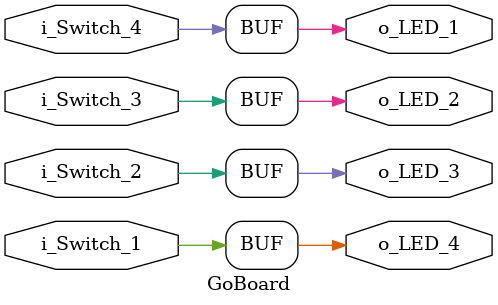
<source format=v>
module GoBoard (
  input i_Switch_1,
  input i_Switch_2,
  input i_Switch_3,
  input i_Switch_4,
  output o_LED_1,
  output o_LED_2,
  output o_LED_3,
  output o_LED_4);

assign o_LED_1 = i_Switch_4;
assign o_LED_2 = i_Switch_3;
assign o_LED_3 = i_Switch_2;
assign o_LED_4 = i_Switch_1;
  
endmodule
</source>
